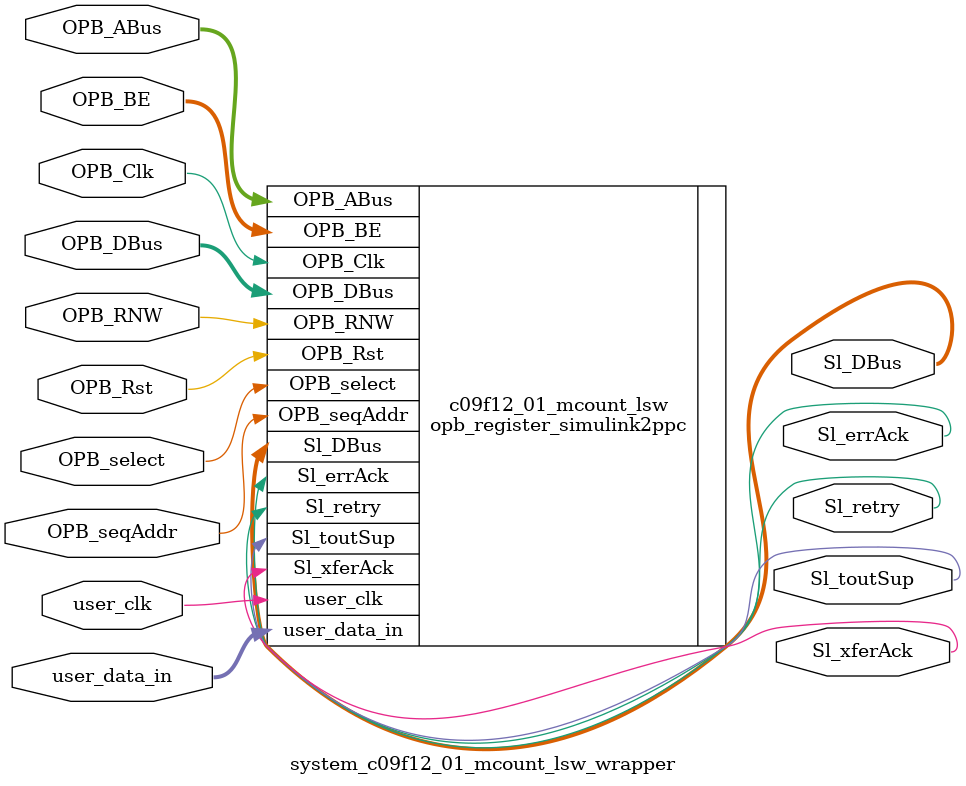
<source format=v>

module system_c09f12_01_mcount_lsw_wrapper
  (
    OPB_Clk,
    OPB_Rst,
    Sl_DBus,
    Sl_errAck,
    Sl_retry,
    Sl_toutSup,
    Sl_xferAck,
    OPB_ABus,
    OPB_BE,
    OPB_DBus,
    OPB_RNW,
    OPB_select,
    OPB_seqAddr,
    user_data_in,
    user_clk
  );
  input OPB_Clk;
  input OPB_Rst;
  output [0:31] Sl_DBus;
  output Sl_errAck;
  output Sl_retry;
  output Sl_toutSup;
  output Sl_xferAck;
  input [0:31] OPB_ABus;
  input [0:3] OPB_BE;
  input [0:31] OPB_DBus;
  input OPB_RNW;
  input OPB_select;
  input OPB_seqAddr;
  input [31:0] user_data_in;
  input user_clk;

  opb_register_simulink2ppc
    #(
      .C_BASEADDR ( 32'h01094800 ),
      .C_HIGHADDR ( 32'h010948FF ),
      .C_OPB_AWIDTH ( 32 ),
      .C_OPB_DWIDTH ( 32 ),
      .C_FAMILY ( "virtex5" )
    )
    c09f12_01_mcount_lsw (
      .OPB_Clk ( OPB_Clk ),
      .OPB_Rst ( OPB_Rst ),
      .Sl_DBus ( Sl_DBus ),
      .Sl_errAck ( Sl_errAck ),
      .Sl_retry ( Sl_retry ),
      .Sl_toutSup ( Sl_toutSup ),
      .Sl_xferAck ( Sl_xferAck ),
      .OPB_ABus ( OPB_ABus ),
      .OPB_BE ( OPB_BE ),
      .OPB_DBus ( OPB_DBus ),
      .OPB_RNW ( OPB_RNW ),
      .OPB_select ( OPB_select ),
      .OPB_seqAddr ( OPB_seqAddr ),
      .user_data_in ( user_data_in ),
      .user_clk ( user_clk )
    );

endmodule


</source>
